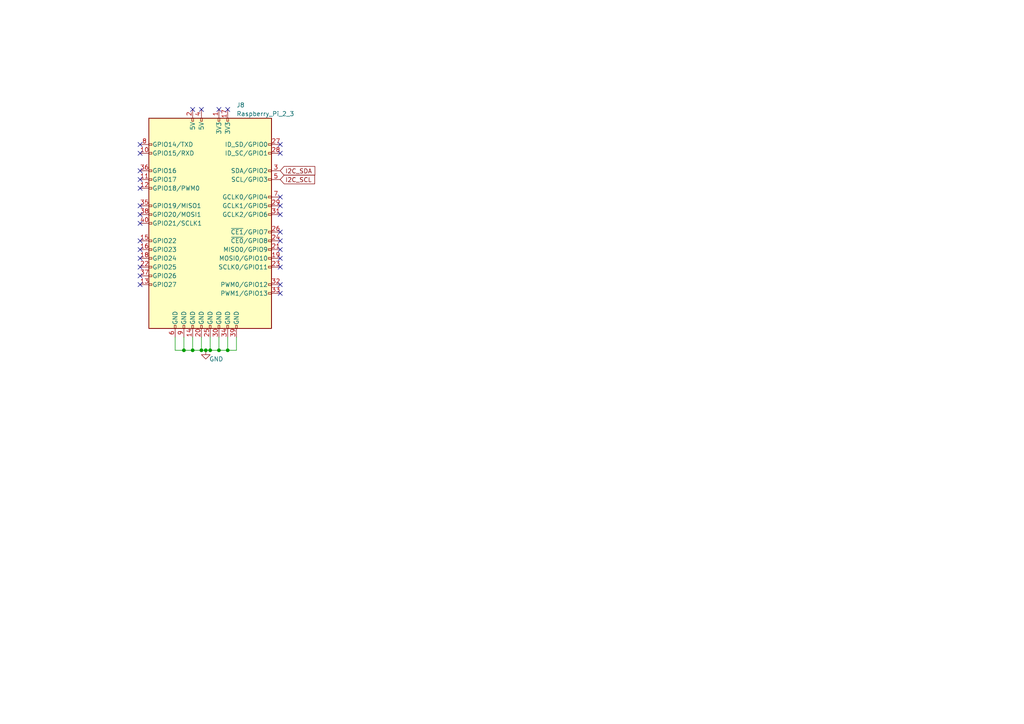
<source format=kicad_sch>
(kicad_sch (version 20211123) (generator eeschema)
  (paper "A4")
  (lib_symbols
    (symbol "Connector:Raspberry_Pi_2_3" (pin_names (offset 1.016))
      (property "Reference" "J" (at -17.78 31.75 0))
      (property "Value" "Raspberry_Pi_2_3" (at 10.16 -31.75 0))
      (symbol "Raspberry_Pi_2_3_0_1"
        (rectangle (start -17.78 30.48) (end 17.78 -30.48) (stroke (width 0.254)) (fill (type background)))
      )
      (symbol "Raspberry_Pi_2_3_1_1"
        (rectangle (start -16.891 -17.526) (end -17.78 -18.034))
        (rectangle (start -16.891 -14.986) (end -17.78 -15.494))
        (rectangle (start -16.891 -12.446) (end -17.78 -12.954))
        (rectangle (start -16.891 -9.906) (end -17.78 -10.414))
        (rectangle (start -16.891 -7.366) (end -17.78 -7.874))
        (rectangle (start -16.891 -4.826) (end -17.78 -5.334))
        (rectangle (start -16.891 0.254) (end -17.78 -0.254))
        (rectangle (start -16.891 2.794) (end -17.78 2.286))
        (rectangle (start -16.891 5.334) (end -17.78 4.826))
        (rectangle (start -16.891 10.414) (end -17.78 9.906))
        (rectangle (start -16.891 12.954) (end -17.78 12.446))
        (rectangle (start -16.891 15.494) (end -17.78 14.986))
        (rectangle (start -16.891 20.574) (end -17.78 20.066))
        (rectangle (start -16.891 23.114) (end -17.78 22.606))
        (rectangle (start -10.414 -29.591) (end -9.906 -30.48))
        (rectangle (start -7.874 -29.591) (end -7.366 -30.48))
        (rectangle (start -5.334 -29.591) (end -4.826 -30.48))
        (rectangle (start -5.334 30.48) (end -4.826 29.591))
        (rectangle (start -2.794 -29.591) (end -2.286 -30.48))
        (rectangle (start -2.794 30.48) (end -2.286 29.591))
        (rectangle (start -0.254 -29.591) (end 0.254 -30.48))
        (rectangle (start 2.286 -29.591) (end 2.794 -30.48))
        (rectangle (start 2.286 30.48) (end 2.794 29.591))
        (rectangle (start 4.826 -29.591) (end 5.334 -30.48))
        (rectangle (start 4.826 30.48) (end 5.334 29.591))
        (rectangle (start 7.366 -29.591) (end 7.874 -30.48))
        (rectangle (start 17.78 -20.066) (end 16.891 -20.574))
        (rectangle (start 17.78 -17.526) (end 16.891 -18.034))
        (rectangle (start 17.78 -12.446) (end 16.891 -12.954))
        (rectangle (start 17.78 -9.906) (end 16.891 -10.414))
        (rectangle (start 17.78 -7.366) (end 16.891 -7.874))
        (rectangle (start 17.78 -4.826) (end 16.891 -5.334))
        (rectangle (start 17.78 -2.286) (end 16.891 -2.794))
        (rectangle (start 17.78 2.794) (end 16.891 2.286))
        (rectangle (start 17.78 5.334) (end 16.891 4.826))
        (rectangle (start 17.78 7.874) (end 16.891 7.366))
        (rectangle (start 17.78 12.954) (end 16.891 12.446))
        (rectangle (start 17.78 15.494) (end 16.891 14.986))
        (rectangle (start 17.78 20.574) (end 16.891 20.066))
        (rectangle (start 17.78 23.114) (end 16.891 22.606))
        (pin power_in line (at 2.54 33.02 270) (length 2.54) (name "3V3") (number "1"))
        (pin bidirectional line (at -20.32 20.32 0) (length 2.54) (name "GPIO15/RXD") (number "10"))
        (pin bidirectional line (at -20.32 12.7 0) (length 2.54) (name "GPIO17") (number "11"))
        (pin bidirectional line (at -20.32 10.16 0) (length 2.54) (name "GPIO18/PWM0") (number "12"))
        (pin bidirectional line (at -20.32 -17.78 0) (length 2.54) (name "GPIO27") (number "13"))
        (pin power_in line (at -5.08 -33.02 90) (length 2.54) (name "GND") (number "14"))
        (pin bidirectional line (at -20.32 -5.08 0) (length 2.54) (name "GPIO22") (number "15"))
        (pin bidirectional line (at -20.32 -7.62 0) (length 2.54) (name "GPIO23") (number "16"))
        (pin power_in line (at 5.08 33.02 270) (length 2.54) (name "3V3") (number "17"))
        (pin bidirectional line (at -20.32 -10.16 0) (length 2.54) (name "GPIO24") (number "18"))
        (pin bidirectional line (at 20.32 -10.16 180) (length 2.54) (name "MOSI0/GPIO10") (number "19"))
        (pin power_in line (at -5.08 33.02 270) (length 2.54) (name "5V") (number "2"))
        (pin power_in line (at -2.54 -33.02 90) (length 2.54) (name "GND") (number "20"))
        (pin bidirectional line (at 20.32 -7.62 180) (length 2.54) (name "MISO0/GPIO9") (number "21"))
        (pin bidirectional line (at -20.32 -12.7 0) (length 2.54) (name "GPIO25") (number "22"))
        (pin bidirectional line (at 20.32 -12.7 180) (length 2.54) (name "SCLK0/GPIO11") (number "23"))
        (pin bidirectional line (at 20.32 -5.08 180) (length 2.54) (name "~{CE0}/GPIO8") (number "24"))
        (pin power_in line (at 0 -33.02 90) (length 2.54) (name "GND") (number "25"))
        (pin bidirectional line (at 20.32 -2.54 180) (length 2.54) (name "~{CE1}/GPIO7") (number "26"))
        (pin bidirectional line (at 20.32 22.86 180) (length 2.54) (name "ID_SD/GPIO0") (number "27"))
        (pin bidirectional line (at 20.32 20.32 180) (length 2.54) (name "ID_SC/GPIO1") (number "28"))
        (pin bidirectional line (at 20.32 5.08 180) (length 2.54) (name "GCLK1/GPIO5") (number "29"))
        (pin bidirectional line (at 20.32 15.24 180) (length 2.54) (name "SDA/GPIO2") (number "3"))
        (pin power_in line (at 2.54 -33.02 90) (length 2.54) (name "GND") (number "30"))
        (pin bidirectional line (at 20.32 2.54 180) (length 2.54) (name "GCLK2/GPIO6") (number "31"))
        (pin bidirectional line (at 20.32 -17.78 180) (length 2.54) (name "PWM0/GPIO12") (number "32"))
        (pin bidirectional line (at 20.32 -20.32 180) (length 2.54) (name "PWM1/GPIO13") (number "33"))
        (pin power_in line (at 5.08 -33.02 90) (length 2.54) (name "GND") (number "34"))
        (pin bidirectional line (at -20.32 5.08 0) (length 2.54) (name "GPIO19/MISO1") (number "35"))
        (pin bidirectional line (at -20.32 15.24 0) (length 2.54) (name "GPIO16") (number "36"))
        (pin bidirectional line (at -20.32 -15.24 0) (length 2.54) (name "GPIO26") (number "37"))
        (pin bidirectional line (at -20.32 2.54 0) (length 2.54) (name "GPIO20/MOSI1") (number "38"))
        (pin power_in line (at 7.62 -33.02 90) (length 2.54) (name "GND") (number "39"))
        (pin power_in line (at -2.54 33.02 270) (length 2.54) (name "5V") (number "4"))
        (pin bidirectional line (at -20.32 0 0) (length 2.54) (name "GPIO21/SCLK1") (number "40"))
        (pin bidirectional line (at 20.32 12.7 180) (length 2.54) (name "SCL/GPIO3") (number "5"))
        (pin power_in line (at -10.16 -33.02 90) (length 2.54) (name "GND") (number "6"))
        (pin bidirectional line (at 20.32 7.62 180) (length 2.54) (name "GCLK0/GPIO4") (number "7"))
        (pin bidirectional line (at -20.32 22.86 0) (length 2.54) (name "GPIO14/TXD") (number "8"))
        (pin power_in line (at -7.62 -33.02 90) (length 2.54) (name "GND") (number "9"))
      )
    )
    (symbol "power:GND" (power) (pin_names (offset 0))
      (property "Value" "GND" (at 0 -3.81 0))
      (symbol "GND_0_1"
        (polyline (pts (xy 0 0) (xy 0 -1.27) (xy 1.27 -1.27) (xy 0 -2.54) (xy -1.27 -1.27) (xy 0 -1.27)))
      )
      (symbol "GND_1_1"
        (pin power_in line (at 0 0 270) (length 0) hide (name "GND") (number "1"))
      )
    )
  )
  (junction (at 63.5 101.6))
  (junction (at 58.42 101.6))
  (junction (at 66.04 101.6))
  (junction (at 53.34 101.6))
  (junction (at 59.69 101.6))
  (junction (at 55.88 101.6))
  (junction (at 60.96 101.6))
  (no_connect (at 55.88 31.75))
  (no_connect (at 58.42 31.75))
  (no_connect (at 63.5 31.75))
  (no_connect (at 66.04 31.75))
  (no_connect (at 81.28 59.69))
  (no_connect (at 81.28 67.31))
  (no_connect (at 81.28 69.85))
  (no_connect (at 81.28 62.23))
  (no_connect (at 81.28 85.09))
  (no_connect (at 81.28 57.15))
  (no_connect (at 81.28 82.55))
  (no_connect (at 81.28 77.47))
  (no_connect (at 81.28 74.93))
  (no_connect (at 81.28 72.39))
  (no_connect (at 40.64 72.39))
  (no_connect (at 40.64 69.85))
  (no_connect (at 40.64 64.77))
  (no_connect (at 40.64 62.23))
  (no_connect (at 40.64 59.69))
  (no_connect (at 40.64 77.47))
  (no_connect (at 40.64 74.93))
  (no_connect (at 40.64 82.55))
  (no_connect (at 40.64 80.01))
  (no_connect (at 81.28 44.45))
  (no_connect (at 81.28 41.91))
  (no_connect (at 40.64 41.91))
  (no_connect (at 40.64 44.45))
  (no_connect (at 40.64 49.53))
  (no_connect (at 40.64 52.07))
  (no_connect (at 40.64 54.61))
  (wire (pts (xy 60.96 101.6) (xy 59.69 101.6)))
  (wire (pts (xy 55.88 97.79) (xy 55.88 101.6)))
  (wire (pts (xy 58.42 97.79) (xy 58.42 101.6)))
  (wire (pts (xy 68.58 97.79) (xy 68.58 101.6)))
  (wire (pts (xy 55.88 101.6) (xy 58.42 101.6)))
  (wire (pts (xy 53.34 101.6) (xy 55.88 101.6)))
  (wire (pts (xy 66.04 101.6) (xy 63.5 101.6)))
  (wire (pts (xy 60.96 97.79) (xy 60.96 101.6)))
  (wire (pts (xy 50.8 97.79) (xy 50.8 101.6)))
  (wire (pts (xy 63.5 97.79) (xy 63.5 101.6)))
  (wire (pts (xy 63.5 101.6) (xy 60.96 101.6)))
  (wire (pts (xy 53.34 97.79) (xy 53.34 101.6)))
  (wire (pts (xy 66.04 97.79) (xy 66.04 101.6)))
  (wire (pts (xy 68.58 101.6) (xy 66.04 101.6)))
  (wire (pts (xy 50.8 101.6) (xy 53.34 101.6)))
  (wire (pts (xy 58.42 101.6) (xy 59.69 101.6)))
  (global_label "I2C_SCL" (shape input) (at 81.28 52.07 0) (property "Intersheet References" "${INTERSHEET_REFS}" (effects hide)))
  (global_label "I2C_SDA" (shape input) (at 81.28 49.53 0) (property "Intersheet References" "${INTERSHEET_REFS}" (effects hide)))
  (symbol (lib_id "power:GND") (at 59.69 101.6 0) (unit 1)
    (property "Reference" "#PWR034" (effects hide))
    (property "Value" "GND" (at 64.77 104.14 0) (effects (justify right)))
  )
  (symbol (lib_id "Connector:Raspberry_Pi_2_3") (at 60.96 64.77 0) (unit 1)
    (property "Reference" "J8" (at 68.58 30.48 0) (effects (justify left)))
    (property "Value" "Raspberry_Pi_2_3" (at 68.58 33.02 0) (effects (justify left)))
    (property "Footprint" "Connector_PinSocket_2.54mm:PinSocket_2x20_P2.54mm_Vertical" (effects hide))
    (property "Datasheet" "https://www.raspberrypi.org/documentation/hardware/raspberrypi/schematics/rpi_SCH_3bplus_1p0_reduced.pdf" (effects hide))
    (property "LCSC" "DNP" (effects hide))
  )
)
</source>
